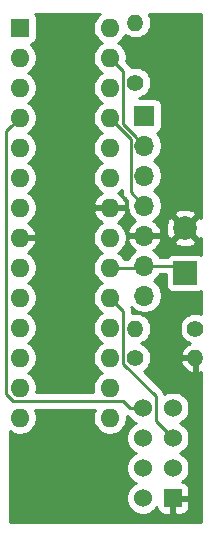
<source format=gbl>
G04 #@! TF.GenerationSoftware,KiCad,Pcbnew,5.1.5*
G04 #@! TF.CreationDate,2020-02-12T19:01:32+05:30*
G04 #@! TF.ProjectId,schematics,73636865-6d61-4746-9963-732e6b696361,rev?*
G04 #@! TF.SameCoordinates,Original*
G04 #@! TF.FileFunction,Copper,L2,Bot*
G04 #@! TF.FilePolarity,Positive*
%FSLAX46Y46*%
G04 Gerber Fmt 4.6, Leading zero omitted, Abs format (unit mm)*
G04 Created by KiCad (PCBNEW 5.1.5) date 2020-02-12 19:01:32*
%MOMM*%
%LPD*%
G04 APERTURE LIST*
%ADD10R,1.998980X1.998980*%
%ADD11C,1.998980*%
%ADD12R,1.700000X1.700000*%
%ADD13O,1.700000X1.700000*%
%ADD14C,1.400000*%
%ADD15O,1.400000X1.400000*%
%ADD16R,1.600000X1.600000*%
%ADD17O,1.600000X1.600000*%
%ADD18R,1.524000X1.524000*%
%ADD19C,1.524000*%
%ADD20C,0.250000*%
%ADD21C,0.254000*%
G04 APERTURE END LIST*
D10*
X144907000Y-96393000D03*
D11*
X144907000Y-92583000D03*
D12*
X141478000Y-83058000D03*
D13*
X141478000Y-85598000D03*
X141478000Y-88138000D03*
X141478000Y-90678000D03*
X141478000Y-93218000D03*
X141478000Y-95758000D03*
X141478000Y-98298000D03*
D14*
X140716000Y-80264000D03*
D15*
X140716000Y-75184000D03*
D14*
X145796000Y-101092000D03*
D15*
X140716000Y-101092000D03*
X145796000Y-103570001D03*
D14*
X140716000Y-103570001D03*
D16*
X130919001Y-75616001D03*
D17*
X138539001Y-108636001D03*
X130919001Y-78156001D03*
X138539001Y-106096001D03*
X130919001Y-80696001D03*
X138539001Y-103556001D03*
X130919001Y-83236001D03*
X138539001Y-101016001D03*
X130919001Y-85776001D03*
X138539001Y-98476001D03*
X130919001Y-88316001D03*
X138539001Y-95936001D03*
X130919001Y-90856001D03*
X138539001Y-93396001D03*
X130919001Y-93396001D03*
X138539001Y-90856001D03*
X130919001Y-95936001D03*
X138539001Y-88316001D03*
X130919001Y-98476001D03*
X138539001Y-85776001D03*
X130919001Y-101016001D03*
X138539001Y-83236001D03*
X130919001Y-103556001D03*
X138539001Y-80696001D03*
X130919001Y-106096001D03*
X138539001Y-78156001D03*
X130919001Y-108636001D03*
X138539001Y-75616001D03*
D18*
X143891000Y-115443000D03*
D19*
X141351000Y-115443000D03*
X143891000Y-112903000D03*
X141351000Y-112903000D03*
X143891000Y-110363000D03*
X141351000Y-110363000D03*
X143891000Y-107823000D03*
X141351000Y-107823000D03*
D20*
X140628001Y-84748001D02*
X141478000Y-85598000D01*
X139664002Y-83784002D02*
X140628001Y-84748001D01*
X139664002Y-79281002D02*
X139664002Y-83784002D01*
X138539001Y-78156001D02*
X139664002Y-79281002D01*
X140302999Y-85059409D02*
X138539001Y-83295411D01*
X140302999Y-89502999D02*
X140302999Y-85059409D01*
X138539001Y-83295411D02*
X138539001Y-83236001D01*
X141478000Y-90678000D02*
X140302999Y-89502999D01*
X141299999Y-95936001D02*
X141478000Y-95758000D01*
X138539001Y-95936001D02*
X141299999Y-95936001D01*
X144272000Y-95758000D02*
X144907000Y-96393000D01*
X141478000Y-95758000D02*
X144272000Y-95758000D01*
X129794000Y-84361002D02*
X130119002Y-84036000D01*
X130119002Y-84036000D02*
X130919001Y-83236001D01*
X129794000Y-106636002D02*
X129794000Y-84361002D01*
X130379000Y-107221002D02*
X129794000Y-106636002D01*
X139671372Y-107221002D02*
X130379000Y-107221002D01*
X140273370Y-107823000D02*
X139671372Y-107221002D01*
X141351000Y-107823000D02*
X140273370Y-107823000D01*
X139339000Y-99276000D02*
X138539001Y-98476001D01*
X139690999Y-104062002D02*
X139690999Y-99627999D01*
X142438001Y-106809004D02*
X139690999Y-104062002D01*
X142438001Y-108910001D02*
X142438001Y-106809004D01*
X139690999Y-99627999D02*
X139339000Y-99276000D01*
X143891000Y-110363000D02*
X142438001Y-108910001D01*
D21*
G36*
X143269438Y-97392490D02*
G01*
X143281698Y-97516972D01*
X143318008Y-97636670D01*
X143376973Y-97746984D01*
X143456325Y-97843675D01*
X143553016Y-97923027D01*
X143663330Y-97981992D01*
X143783028Y-98018302D01*
X143907510Y-98030562D01*
X145906490Y-98030562D01*
X146030972Y-98018302D01*
X146150670Y-97981992D01*
X146260984Y-97923027D01*
X146279000Y-97908241D01*
X146279000Y-99847073D01*
X146185405Y-99808304D01*
X145927486Y-99757000D01*
X145664514Y-99757000D01*
X145406595Y-99808304D01*
X145163641Y-99908939D01*
X144944987Y-100055038D01*
X144759038Y-100240987D01*
X144612939Y-100459641D01*
X144512304Y-100702595D01*
X144461000Y-100960514D01*
X144461000Y-101223486D01*
X144512304Y-101481405D01*
X144612939Y-101724359D01*
X144759038Y-101943013D01*
X144944987Y-102128962D01*
X145163641Y-102275061D01*
X145306685Y-102334312D01*
X145216877Y-102367148D01*
X144993340Y-102503242D01*
X144800649Y-102680331D01*
X144646208Y-102891609D01*
X144535953Y-103128957D01*
X144503284Y-103236672D01*
X144626626Y-103443001D01*
X145669000Y-103443001D01*
X145669000Y-103423001D01*
X145923000Y-103423001D01*
X145923000Y-103443001D01*
X145943000Y-103443001D01*
X145943000Y-103697001D01*
X145923000Y-103697001D01*
X145923000Y-104740202D01*
X146129330Y-104862723D01*
X146279000Y-104807999D01*
X146279000Y-117450000D01*
X130073000Y-117450000D01*
X130073000Y-109796581D01*
X130239274Y-109907681D01*
X130500427Y-110015854D01*
X130777666Y-110071001D01*
X131060336Y-110071001D01*
X131337575Y-110015854D01*
X131598728Y-109907681D01*
X131833760Y-109750638D01*
X132033638Y-109550760D01*
X132190681Y-109315728D01*
X132298854Y-109054575D01*
X132354001Y-108777336D01*
X132354001Y-108494666D01*
X132298854Y-108217427D01*
X132200924Y-107981002D01*
X137257078Y-107981002D01*
X137159148Y-108217427D01*
X137104001Y-108494666D01*
X137104001Y-108777336D01*
X137159148Y-109054575D01*
X137267321Y-109315728D01*
X137424364Y-109550760D01*
X137624242Y-109750638D01*
X137859274Y-109907681D01*
X138120427Y-110015854D01*
X138397666Y-110071001D01*
X138680336Y-110071001D01*
X138957575Y-110015854D01*
X139218728Y-109907681D01*
X139453760Y-109750638D01*
X139653638Y-109550760D01*
X139810681Y-109315728D01*
X139918854Y-109054575D01*
X139974001Y-108777336D01*
X139974001Y-108524739D01*
X139981123Y-108528546D01*
X140124384Y-108572003D01*
X140174617Y-108576951D01*
X140265880Y-108713535D01*
X140460465Y-108908120D01*
X140689273Y-109061005D01*
X140766515Y-109093000D01*
X140689273Y-109124995D01*
X140460465Y-109277880D01*
X140265880Y-109472465D01*
X140112995Y-109701273D01*
X140007686Y-109955510D01*
X139954000Y-110225408D01*
X139954000Y-110500592D01*
X140007686Y-110770490D01*
X140112995Y-111024727D01*
X140265880Y-111253535D01*
X140460465Y-111448120D01*
X140689273Y-111601005D01*
X140766515Y-111633000D01*
X140689273Y-111664995D01*
X140460465Y-111817880D01*
X140265880Y-112012465D01*
X140112995Y-112241273D01*
X140007686Y-112495510D01*
X139954000Y-112765408D01*
X139954000Y-113040592D01*
X140007686Y-113310490D01*
X140112995Y-113564727D01*
X140265880Y-113793535D01*
X140460465Y-113988120D01*
X140689273Y-114141005D01*
X140766515Y-114173000D01*
X140689273Y-114204995D01*
X140460465Y-114357880D01*
X140265880Y-114552465D01*
X140112995Y-114781273D01*
X140007686Y-115035510D01*
X139954000Y-115305408D01*
X139954000Y-115580592D01*
X140007686Y-115850490D01*
X140112995Y-116104727D01*
X140265880Y-116333535D01*
X140460465Y-116528120D01*
X140689273Y-116681005D01*
X140943510Y-116786314D01*
X141213408Y-116840000D01*
X141488592Y-116840000D01*
X141758490Y-116786314D01*
X142012727Y-116681005D01*
X142241535Y-116528120D01*
X142436120Y-116333535D01*
X142494920Y-116245535D01*
X142503188Y-116329482D01*
X142539498Y-116449180D01*
X142598463Y-116559494D01*
X142677815Y-116656185D01*
X142774506Y-116735537D01*
X142884820Y-116794502D01*
X143004518Y-116830812D01*
X143129000Y-116843072D01*
X143605250Y-116840000D01*
X143764000Y-116681250D01*
X143764000Y-115570000D01*
X144018000Y-115570000D01*
X144018000Y-116681250D01*
X144176750Y-116840000D01*
X144653000Y-116843072D01*
X144777482Y-116830812D01*
X144897180Y-116794502D01*
X145007494Y-116735537D01*
X145104185Y-116656185D01*
X145183537Y-116559494D01*
X145242502Y-116449180D01*
X145278812Y-116329482D01*
X145291072Y-116205000D01*
X145288000Y-115728750D01*
X145129250Y-115570000D01*
X144018000Y-115570000D01*
X143764000Y-115570000D01*
X143744000Y-115570000D01*
X143744000Y-115316000D01*
X143764000Y-115316000D01*
X143764000Y-115296000D01*
X144018000Y-115296000D01*
X144018000Y-115316000D01*
X145129250Y-115316000D01*
X145288000Y-115157250D01*
X145291072Y-114681000D01*
X145278812Y-114556518D01*
X145242502Y-114436820D01*
X145183537Y-114326506D01*
X145104185Y-114229815D01*
X145007494Y-114150463D01*
X144897180Y-114091498D01*
X144777482Y-114055188D01*
X144693535Y-114046920D01*
X144781535Y-113988120D01*
X144976120Y-113793535D01*
X145129005Y-113564727D01*
X145234314Y-113310490D01*
X145288000Y-113040592D01*
X145288000Y-112765408D01*
X145234314Y-112495510D01*
X145129005Y-112241273D01*
X144976120Y-112012465D01*
X144781535Y-111817880D01*
X144552727Y-111664995D01*
X144475485Y-111633000D01*
X144552727Y-111601005D01*
X144781535Y-111448120D01*
X144976120Y-111253535D01*
X145129005Y-111024727D01*
X145234314Y-110770490D01*
X145288000Y-110500592D01*
X145288000Y-110225408D01*
X145234314Y-109955510D01*
X145129005Y-109701273D01*
X144976120Y-109472465D01*
X144781535Y-109277880D01*
X144552727Y-109124995D01*
X144475485Y-109093000D01*
X144552727Y-109061005D01*
X144781535Y-108908120D01*
X144976120Y-108713535D01*
X145129005Y-108484727D01*
X145234314Y-108230490D01*
X145288000Y-107960592D01*
X145288000Y-107685408D01*
X145234314Y-107415510D01*
X145129005Y-107161273D01*
X144976120Y-106932465D01*
X144781535Y-106737880D01*
X144552727Y-106584995D01*
X144298490Y-106479686D01*
X144028592Y-106426000D01*
X143753408Y-106426000D01*
X143483510Y-106479686D01*
X143229273Y-106584995D01*
X143175205Y-106621122D01*
X143143547Y-106516757D01*
X143072975Y-106384728D01*
X143039350Y-106343756D01*
X143001800Y-106298000D01*
X143001796Y-106297996D01*
X142978002Y-106269003D01*
X142949009Y-106245209D01*
X141413401Y-104709602D01*
X141567013Y-104606963D01*
X141752962Y-104421014D01*
X141899061Y-104202360D01*
X141999696Y-103959406D01*
X142010850Y-103903330D01*
X144503284Y-103903330D01*
X144535953Y-104011045D01*
X144646208Y-104248393D01*
X144800649Y-104459671D01*
X144993340Y-104636760D01*
X145216877Y-104772854D01*
X145462670Y-104862723D01*
X145669000Y-104740202D01*
X145669000Y-103697001D01*
X144626626Y-103697001D01*
X144503284Y-103903330D01*
X142010850Y-103903330D01*
X142051000Y-103701487D01*
X142051000Y-103438515D01*
X141999696Y-103180596D01*
X141899061Y-102937642D01*
X141752962Y-102718988D01*
X141567013Y-102533039D01*
X141348359Y-102386940D01*
X141213309Y-102331001D01*
X141348359Y-102275061D01*
X141567013Y-102128962D01*
X141752962Y-101943013D01*
X141899061Y-101724359D01*
X141999696Y-101481405D01*
X142051000Y-101223486D01*
X142051000Y-100960514D01*
X141999696Y-100702595D01*
X141899061Y-100459641D01*
X141752962Y-100240987D01*
X141567013Y-100055038D01*
X141348359Y-99908939D01*
X141105405Y-99808304D01*
X140847486Y-99757000D01*
X140584514Y-99757000D01*
X140450999Y-99783558D01*
X140450999Y-99665324D01*
X140454675Y-99627999D01*
X140450999Y-99590674D01*
X140450999Y-99590666D01*
X140440002Y-99479013D01*
X140396545Y-99335752D01*
X140374612Y-99294719D01*
X140531368Y-99451475D01*
X140774589Y-99613990D01*
X141044842Y-99725932D01*
X141331740Y-99783000D01*
X141624260Y-99783000D01*
X141911158Y-99725932D01*
X142181411Y-99613990D01*
X142424632Y-99451475D01*
X142631475Y-99244632D01*
X142793990Y-99001411D01*
X142905932Y-98731158D01*
X142963000Y-98444260D01*
X142963000Y-98151740D01*
X142905932Y-97864842D01*
X142793990Y-97594589D01*
X142631475Y-97351368D01*
X142424632Y-97144525D01*
X142250240Y-97028000D01*
X142424632Y-96911475D01*
X142631475Y-96704632D01*
X142756178Y-96518000D01*
X143269438Y-96518000D01*
X143269438Y-97392490D01*
G37*
X143269438Y-97392490D02*
X143281698Y-97516972D01*
X143318008Y-97636670D01*
X143376973Y-97746984D01*
X143456325Y-97843675D01*
X143553016Y-97923027D01*
X143663330Y-97981992D01*
X143783028Y-98018302D01*
X143907510Y-98030562D01*
X145906490Y-98030562D01*
X146030972Y-98018302D01*
X146150670Y-97981992D01*
X146260984Y-97923027D01*
X146279000Y-97908241D01*
X146279000Y-99847073D01*
X146185405Y-99808304D01*
X145927486Y-99757000D01*
X145664514Y-99757000D01*
X145406595Y-99808304D01*
X145163641Y-99908939D01*
X144944987Y-100055038D01*
X144759038Y-100240987D01*
X144612939Y-100459641D01*
X144512304Y-100702595D01*
X144461000Y-100960514D01*
X144461000Y-101223486D01*
X144512304Y-101481405D01*
X144612939Y-101724359D01*
X144759038Y-101943013D01*
X144944987Y-102128962D01*
X145163641Y-102275061D01*
X145306685Y-102334312D01*
X145216877Y-102367148D01*
X144993340Y-102503242D01*
X144800649Y-102680331D01*
X144646208Y-102891609D01*
X144535953Y-103128957D01*
X144503284Y-103236672D01*
X144626626Y-103443001D01*
X145669000Y-103443001D01*
X145669000Y-103423001D01*
X145923000Y-103423001D01*
X145923000Y-103443001D01*
X145943000Y-103443001D01*
X145943000Y-103697001D01*
X145923000Y-103697001D01*
X145923000Y-104740202D01*
X146129330Y-104862723D01*
X146279000Y-104807999D01*
X146279000Y-117450000D01*
X130073000Y-117450000D01*
X130073000Y-109796581D01*
X130239274Y-109907681D01*
X130500427Y-110015854D01*
X130777666Y-110071001D01*
X131060336Y-110071001D01*
X131337575Y-110015854D01*
X131598728Y-109907681D01*
X131833760Y-109750638D01*
X132033638Y-109550760D01*
X132190681Y-109315728D01*
X132298854Y-109054575D01*
X132354001Y-108777336D01*
X132354001Y-108494666D01*
X132298854Y-108217427D01*
X132200924Y-107981002D01*
X137257078Y-107981002D01*
X137159148Y-108217427D01*
X137104001Y-108494666D01*
X137104001Y-108777336D01*
X137159148Y-109054575D01*
X137267321Y-109315728D01*
X137424364Y-109550760D01*
X137624242Y-109750638D01*
X137859274Y-109907681D01*
X138120427Y-110015854D01*
X138397666Y-110071001D01*
X138680336Y-110071001D01*
X138957575Y-110015854D01*
X139218728Y-109907681D01*
X139453760Y-109750638D01*
X139653638Y-109550760D01*
X139810681Y-109315728D01*
X139918854Y-109054575D01*
X139974001Y-108777336D01*
X139974001Y-108524739D01*
X139981123Y-108528546D01*
X140124384Y-108572003D01*
X140174617Y-108576951D01*
X140265880Y-108713535D01*
X140460465Y-108908120D01*
X140689273Y-109061005D01*
X140766515Y-109093000D01*
X140689273Y-109124995D01*
X140460465Y-109277880D01*
X140265880Y-109472465D01*
X140112995Y-109701273D01*
X140007686Y-109955510D01*
X139954000Y-110225408D01*
X139954000Y-110500592D01*
X140007686Y-110770490D01*
X140112995Y-111024727D01*
X140265880Y-111253535D01*
X140460465Y-111448120D01*
X140689273Y-111601005D01*
X140766515Y-111633000D01*
X140689273Y-111664995D01*
X140460465Y-111817880D01*
X140265880Y-112012465D01*
X140112995Y-112241273D01*
X140007686Y-112495510D01*
X139954000Y-112765408D01*
X139954000Y-113040592D01*
X140007686Y-113310490D01*
X140112995Y-113564727D01*
X140265880Y-113793535D01*
X140460465Y-113988120D01*
X140689273Y-114141005D01*
X140766515Y-114173000D01*
X140689273Y-114204995D01*
X140460465Y-114357880D01*
X140265880Y-114552465D01*
X140112995Y-114781273D01*
X140007686Y-115035510D01*
X139954000Y-115305408D01*
X139954000Y-115580592D01*
X140007686Y-115850490D01*
X140112995Y-116104727D01*
X140265880Y-116333535D01*
X140460465Y-116528120D01*
X140689273Y-116681005D01*
X140943510Y-116786314D01*
X141213408Y-116840000D01*
X141488592Y-116840000D01*
X141758490Y-116786314D01*
X142012727Y-116681005D01*
X142241535Y-116528120D01*
X142436120Y-116333535D01*
X142494920Y-116245535D01*
X142503188Y-116329482D01*
X142539498Y-116449180D01*
X142598463Y-116559494D01*
X142677815Y-116656185D01*
X142774506Y-116735537D01*
X142884820Y-116794502D01*
X143004518Y-116830812D01*
X143129000Y-116843072D01*
X143605250Y-116840000D01*
X143764000Y-116681250D01*
X143764000Y-115570000D01*
X144018000Y-115570000D01*
X144018000Y-116681250D01*
X144176750Y-116840000D01*
X144653000Y-116843072D01*
X144777482Y-116830812D01*
X144897180Y-116794502D01*
X145007494Y-116735537D01*
X145104185Y-116656185D01*
X145183537Y-116559494D01*
X145242502Y-116449180D01*
X145278812Y-116329482D01*
X145291072Y-116205000D01*
X145288000Y-115728750D01*
X145129250Y-115570000D01*
X144018000Y-115570000D01*
X143764000Y-115570000D01*
X143744000Y-115570000D01*
X143744000Y-115316000D01*
X143764000Y-115316000D01*
X143764000Y-115296000D01*
X144018000Y-115296000D01*
X144018000Y-115316000D01*
X145129250Y-115316000D01*
X145288000Y-115157250D01*
X145291072Y-114681000D01*
X145278812Y-114556518D01*
X145242502Y-114436820D01*
X145183537Y-114326506D01*
X145104185Y-114229815D01*
X145007494Y-114150463D01*
X144897180Y-114091498D01*
X144777482Y-114055188D01*
X144693535Y-114046920D01*
X144781535Y-113988120D01*
X144976120Y-113793535D01*
X145129005Y-113564727D01*
X145234314Y-113310490D01*
X145288000Y-113040592D01*
X145288000Y-112765408D01*
X145234314Y-112495510D01*
X145129005Y-112241273D01*
X144976120Y-112012465D01*
X144781535Y-111817880D01*
X144552727Y-111664995D01*
X144475485Y-111633000D01*
X144552727Y-111601005D01*
X144781535Y-111448120D01*
X144976120Y-111253535D01*
X145129005Y-111024727D01*
X145234314Y-110770490D01*
X145288000Y-110500592D01*
X145288000Y-110225408D01*
X145234314Y-109955510D01*
X145129005Y-109701273D01*
X144976120Y-109472465D01*
X144781535Y-109277880D01*
X144552727Y-109124995D01*
X144475485Y-109093000D01*
X144552727Y-109061005D01*
X144781535Y-108908120D01*
X144976120Y-108713535D01*
X145129005Y-108484727D01*
X145234314Y-108230490D01*
X145288000Y-107960592D01*
X145288000Y-107685408D01*
X145234314Y-107415510D01*
X145129005Y-107161273D01*
X144976120Y-106932465D01*
X144781535Y-106737880D01*
X144552727Y-106584995D01*
X144298490Y-106479686D01*
X144028592Y-106426000D01*
X143753408Y-106426000D01*
X143483510Y-106479686D01*
X143229273Y-106584995D01*
X143175205Y-106621122D01*
X143143547Y-106516757D01*
X143072975Y-106384728D01*
X143039350Y-106343756D01*
X143001800Y-106298000D01*
X143001796Y-106297996D01*
X142978002Y-106269003D01*
X142949009Y-106245209D01*
X141413401Y-104709602D01*
X141567013Y-104606963D01*
X141752962Y-104421014D01*
X141899061Y-104202360D01*
X141999696Y-103959406D01*
X142010850Y-103903330D01*
X144503284Y-103903330D01*
X144535953Y-104011045D01*
X144646208Y-104248393D01*
X144800649Y-104459671D01*
X144993340Y-104636760D01*
X145216877Y-104772854D01*
X145462670Y-104862723D01*
X145669000Y-104740202D01*
X145669000Y-103697001D01*
X144626626Y-103697001D01*
X144503284Y-103903330D01*
X142010850Y-103903330D01*
X142051000Y-103701487D01*
X142051000Y-103438515D01*
X141999696Y-103180596D01*
X141899061Y-102937642D01*
X141752962Y-102718988D01*
X141567013Y-102533039D01*
X141348359Y-102386940D01*
X141213309Y-102331001D01*
X141348359Y-102275061D01*
X141567013Y-102128962D01*
X141752962Y-101943013D01*
X141899061Y-101724359D01*
X141999696Y-101481405D01*
X142051000Y-101223486D01*
X142051000Y-100960514D01*
X141999696Y-100702595D01*
X141899061Y-100459641D01*
X141752962Y-100240987D01*
X141567013Y-100055038D01*
X141348359Y-99908939D01*
X141105405Y-99808304D01*
X140847486Y-99757000D01*
X140584514Y-99757000D01*
X140450999Y-99783558D01*
X140450999Y-99665324D01*
X140454675Y-99627999D01*
X140450999Y-99590674D01*
X140450999Y-99590666D01*
X140440002Y-99479013D01*
X140396545Y-99335752D01*
X140374612Y-99294719D01*
X140531368Y-99451475D01*
X140774589Y-99613990D01*
X141044842Y-99725932D01*
X141331740Y-99783000D01*
X141624260Y-99783000D01*
X141911158Y-99725932D01*
X142181411Y-99613990D01*
X142424632Y-99451475D01*
X142631475Y-99244632D01*
X142793990Y-99001411D01*
X142905932Y-98731158D01*
X142963000Y-98444260D01*
X142963000Y-98151740D01*
X142905932Y-97864842D01*
X142793990Y-97594589D01*
X142631475Y-97351368D01*
X142424632Y-97144525D01*
X142250240Y-97028000D01*
X142424632Y-96911475D01*
X142631475Y-96704632D01*
X142756178Y-96518000D01*
X143269438Y-96518000D01*
X143269438Y-97392490D01*
G36*
X137624242Y-74501364D02*
G01*
X137424364Y-74701242D01*
X137267321Y-74936274D01*
X137159148Y-75197427D01*
X137104001Y-75474666D01*
X137104001Y-75757336D01*
X137159148Y-76034575D01*
X137267321Y-76295728D01*
X137424364Y-76530760D01*
X137624242Y-76730638D01*
X137856760Y-76886001D01*
X137624242Y-77041364D01*
X137424364Y-77241242D01*
X137267321Y-77476274D01*
X137159148Y-77737427D01*
X137104001Y-78014666D01*
X137104001Y-78297336D01*
X137159148Y-78574575D01*
X137267321Y-78835728D01*
X137424364Y-79070760D01*
X137624242Y-79270638D01*
X137856760Y-79426001D01*
X137624242Y-79581364D01*
X137424364Y-79781242D01*
X137267321Y-80016274D01*
X137159148Y-80277427D01*
X137104001Y-80554666D01*
X137104001Y-80837336D01*
X137159148Y-81114575D01*
X137267321Y-81375728D01*
X137424364Y-81610760D01*
X137624242Y-81810638D01*
X137856760Y-81966001D01*
X137624242Y-82121364D01*
X137424364Y-82321242D01*
X137267321Y-82556274D01*
X137159148Y-82817427D01*
X137104001Y-83094666D01*
X137104001Y-83377336D01*
X137159148Y-83654575D01*
X137267321Y-83915728D01*
X137424364Y-84150760D01*
X137624242Y-84350638D01*
X137856760Y-84506001D01*
X137624242Y-84661364D01*
X137424364Y-84861242D01*
X137267321Y-85096274D01*
X137159148Y-85357427D01*
X137104001Y-85634666D01*
X137104001Y-85917336D01*
X137159148Y-86194575D01*
X137267321Y-86455728D01*
X137424364Y-86690760D01*
X137624242Y-86890638D01*
X137856760Y-87046001D01*
X137624242Y-87201364D01*
X137424364Y-87401242D01*
X137267321Y-87636274D01*
X137159148Y-87897427D01*
X137104001Y-88174666D01*
X137104001Y-88457336D01*
X137159148Y-88734575D01*
X137267321Y-88995728D01*
X137424364Y-89230760D01*
X137624242Y-89430638D01*
X137859274Y-89587681D01*
X137869866Y-89592068D01*
X137683870Y-89703616D01*
X137475482Y-89892587D01*
X137307964Y-90118581D01*
X137187755Y-90372914D01*
X137147097Y-90506962D01*
X137269086Y-90729001D01*
X138412001Y-90729001D01*
X138412001Y-90709001D01*
X138666001Y-90709001D01*
X138666001Y-90729001D01*
X139808916Y-90729001D01*
X139930905Y-90506962D01*
X139890247Y-90372914D01*
X139770038Y-90118581D01*
X139602520Y-89892587D01*
X139394132Y-89703616D01*
X139208136Y-89592068D01*
X139218728Y-89587681D01*
X139453760Y-89430638D01*
X139542999Y-89341399D01*
X139542999Y-89465676D01*
X139539323Y-89502999D01*
X139542999Y-89540321D01*
X139542999Y-89540331D01*
X139553996Y-89651984D01*
X139581109Y-89741364D01*
X139597453Y-89795245D01*
X139668025Y-89927275D01*
X139679488Y-89941242D01*
X139762998Y-90043000D01*
X139792002Y-90066803D01*
X140036791Y-90311592D01*
X139993000Y-90531740D01*
X139993000Y-90824260D01*
X140050068Y-91111158D01*
X140162010Y-91381411D01*
X140324525Y-91624632D01*
X140531368Y-91831475D01*
X140713534Y-91953195D01*
X140596645Y-92022822D01*
X140380412Y-92217731D01*
X140206359Y-92451080D01*
X140081175Y-92713901D01*
X140036524Y-92861110D01*
X140157845Y-93091000D01*
X141351000Y-93091000D01*
X141351000Y-93071000D01*
X141605000Y-93071000D01*
X141605000Y-93091000D01*
X142798155Y-93091000D01*
X142919476Y-92861110D01*
X142874825Y-92713901D01*
X142842300Y-92645615D01*
X143265795Y-92645615D01*
X143309546Y-92964595D01*
X143414686Y-93268911D01*
X143507601Y-93442742D01*
X143771950Y-93538445D01*
X144727395Y-92583000D01*
X143771950Y-91627555D01*
X143507601Y-91723258D01*
X143366762Y-92012787D01*
X143285115Y-92324229D01*
X143265795Y-92645615D01*
X142842300Y-92645615D01*
X142749641Y-92451080D01*
X142575588Y-92217731D01*
X142359355Y-92022822D01*
X142242466Y-91953195D01*
X142424632Y-91831475D01*
X142631475Y-91624632D01*
X142749530Y-91447950D01*
X143951555Y-91447950D01*
X144907000Y-92403395D01*
X145862445Y-91447950D01*
X145766742Y-91183601D01*
X145477213Y-91042762D01*
X145165771Y-90961115D01*
X144844385Y-90941795D01*
X144525405Y-90985546D01*
X144221089Y-91090686D01*
X144047258Y-91183601D01*
X143951555Y-91447950D01*
X142749530Y-91447950D01*
X142793990Y-91381411D01*
X142905932Y-91111158D01*
X142963000Y-90824260D01*
X142963000Y-90531740D01*
X142905932Y-90244842D01*
X142793990Y-89974589D01*
X142631475Y-89731368D01*
X142424632Y-89524525D01*
X142250240Y-89408000D01*
X142424632Y-89291475D01*
X142631475Y-89084632D01*
X142793990Y-88841411D01*
X142905932Y-88571158D01*
X142963000Y-88284260D01*
X142963000Y-87991740D01*
X142905932Y-87704842D01*
X142793990Y-87434589D01*
X142631475Y-87191368D01*
X142424632Y-86984525D01*
X142250240Y-86868000D01*
X142424632Y-86751475D01*
X142631475Y-86544632D01*
X142793990Y-86301411D01*
X142905932Y-86031158D01*
X142963000Y-85744260D01*
X142963000Y-85451740D01*
X142905932Y-85164842D01*
X142793990Y-84894589D01*
X142631475Y-84651368D01*
X142499620Y-84519513D01*
X142572180Y-84497502D01*
X142682494Y-84438537D01*
X142779185Y-84359185D01*
X142858537Y-84262494D01*
X142917502Y-84152180D01*
X142953812Y-84032482D01*
X142966072Y-83908000D01*
X142966072Y-82208000D01*
X142953812Y-82083518D01*
X142917502Y-81963820D01*
X142858537Y-81853506D01*
X142779185Y-81756815D01*
X142682494Y-81677463D01*
X142572180Y-81618498D01*
X142452482Y-81582188D01*
X142328000Y-81569928D01*
X140993639Y-81569928D01*
X141105405Y-81547696D01*
X141348359Y-81447061D01*
X141567013Y-81300962D01*
X141752962Y-81115013D01*
X141899061Y-80896359D01*
X141999696Y-80653405D01*
X142051000Y-80395486D01*
X142051000Y-80132514D01*
X141999696Y-79874595D01*
X141899061Y-79631641D01*
X141752962Y-79412987D01*
X141567013Y-79227038D01*
X141348359Y-79080939D01*
X141105405Y-78980304D01*
X140847486Y-78929000D01*
X140584514Y-78929000D01*
X140361337Y-78973393D01*
X140298976Y-78856726D01*
X140204003Y-78741001D01*
X140175006Y-78717204D01*
X139937689Y-78479887D01*
X139974001Y-78297336D01*
X139974001Y-78014666D01*
X139918854Y-77737427D01*
X139810681Y-77476274D01*
X139653638Y-77241242D01*
X139453760Y-77041364D01*
X139221242Y-76886001D01*
X139453760Y-76730638D01*
X139653638Y-76530760D01*
X139810681Y-76295728D01*
X139848485Y-76204460D01*
X139864987Y-76220962D01*
X140083641Y-76367061D01*
X140326595Y-76467696D01*
X140584514Y-76519000D01*
X140847486Y-76519000D01*
X141105405Y-76467696D01*
X141348359Y-76367061D01*
X141567013Y-76220962D01*
X141752962Y-76035013D01*
X141899061Y-75816359D01*
X141999696Y-75573405D01*
X142051000Y-75315486D01*
X142051000Y-75052514D01*
X141999696Y-74794595D01*
X141899061Y-74551641D01*
X141829143Y-74447000D01*
X146279001Y-74447000D01*
X146279001Y-91713339D01*
X146042050Y-91627555D01*
X145086605Y-92583000D01*
X146042050Y-93538445D01*
X146279001Y-93452661D01*
X146279001Y-94877759D01*
X146260984Y-94862973D01*
X146150670Y-94804008D01*
X146030972Y-94767698D01*
X145906490Y-94755438D01*
X143907510Y-94755438D01*
X143783028Y-94767698D01*
X143663330Y-94804008D01*
X143553016Y-94862973D01*
X143456325Y-94942325D01*
X143410634Y-94998000D01*
X142756178Y-94998000D01*
X142631475Y-94811368D01*
X142424632Y-94604525D01*
X142242466Y-94482805D01*
X142359355Y-94413178D01*
X142575588Y-94218269D01*
X142749641Y-93984920D01*
X142874825Y-93722099D01*
X142876053Y-93718050D01*
X143951555Y-93718050D01*
X144047258Y-93982399D01*
X144336787Y-94123238D01*
X144648229Y-94204885D01*
X144969615Y-94224205D01*
X145288595Y-94180454D01*
X145592911Y-94075314D01*
X145766742Y-93982399D01*
X145862445Y-93718050D01*
X144907000Y-92762605D01*
X143951555Y-93718050D01*
X142876053Y-93718050D01*
X142919476Y-93574890D01*
X142798155Y-93345000D01*
X141605000Y-93345000D01*
X141605000Y-93365000D01*
X141351000Y-93365000D01*
X141351000Y-93345000D01*
X140157845Y-93345000D01*
X140036524Y-93574890D01*
X140081175Y-93722099D01*
X140206359Y-93984920D01*
X140380412Y-94218269D01*
X140596645Y-94413178D01*
X140713534Y-94482805D01*
X140531368Y-94604525D01*
X140324525Y-94811368D01*
X140162010Y-95054589D01*
X140111720Y-95176001D01*
X139757044Y-95176001D01*
X139653638Y-95021242D01*
X139453760Y-94821364D01*
X139221242Y-94666001D01*
X139453760Y-94510638D01*
X139653638Y-94310760D01*
X139810681Y-94075728D01*
X139918854Y-93814575D01*
X139974001Y-93537336D01*
X139974001Y-93254666D01*
X139918854Y-92977427D01*
X139810681Y-92716274D01*
X139653638Y-92481242D01*
X139453760Y-92281364D01*
X139218728Y-92124321D01*
X139208136Y-92119934D01*
X139394132Y-92008386D01*
X139602520Y-91819415D01*
X139770038Y-91593421D01*
X139890247Y-91339088D01*
X139930905Y-91205040D01*
X139808916Y-90983001D01*
X138666001Y-90983001D01*
X138666001Y-91003001D01*
X138412001Y-91003001D01*
X138412001Y-90983001D01*
X137269086Y-90983001D01*
X137147097Y-91205040D01*
X137187755Y-91339088D01*
X137307964Y-91593421D01*
X137475482Y-91819415D01*
X137683870Y-92008386D01*
X137869866Y-92119934D01*
X137859274Y-92124321D01*
X137624242Y-92281364D01*
X137424364Y-92481242D01*
X137267321Y-92716274D01*
X137159148Y-92977427D01*
X137104001Y-93254666D01*
X137104001Y-93537336D01*
X137159148Y-93814575D01*
X137267321Y-94075728D01*
X137424364Y-94310760D01*
X137624242Y-94510638D01*
X137856760Y-94666001D01*
X137624242Y-94821364D01*
X137424364Y-95021242D01*
X137267321Y-95256274D01*
X137159148Y-95517427D01*
X137104001Y-95794666D01*
X137104001Y-96077336D01*
X137159148Y-96354575D01*
X137267321Y-96615728D01*
X137424364Y-96850760D01*
X137624242Y-97050638D01*
X137856760Y-97206001D01*
X137624242Y-97361364D01*
X137424364Y-97561242D01*
X137267321Y-97796274D01*
X137159148Y-98057427D01*
X137104001Y-98334666D01*
X137104001Y-98617336D01*
X137159148Y-98894575D01*
X137267321Y-99155728D01*
X137424364Y-99390760D01*
X137624242Y-99590638D01*
X137856760Y-99746001D01*
X137624242Y-99901364D01*
X137424364Y-100101242D01*
X137267321Y-100336274D01*
X137159148Y-100597427D01*
X137104001Y-100874666D01*
X137104001Y-101157336D01*
X137159148Y-101434575D01*
X137267321Y-101695728D01*
X137424364Y-101930760D01*
X137624242Y-102130638D01*
X137856760Y-102286001D01*
X137624242Y-102441364D01*
X137424364Y-102641242D01*
X137267321Y-102876274D01*
X137159148Y-103137427D01*
X137104001Y-103414666D01*
X137104001Y-103697336D01*
X137159148Y-103974575D01*
X137267321Y-104235728D01*
X137424364Y-104470760D01*
X137624242Y-104670638D01*
X137856760Y-104826001D01*
X137624242Y-104981364D01*
X137424364Y-105181242D01*
X137267321Y-105416274D01*
X137159148Y-105677427D01*
X137104001Y-105954666D01*
X137104001Y-106237336D01*
X137148492Y-106461002D01*
X132309510Y-106461002D01*
X132354001Y-106237336D01*
X132354001Y-105954666D01*
X132298854Y-105677427D01*
X132190681Y-105416274D01*
X132033638Y-105181242D01*
X131833760Y-104981364D01*
X131601242Y-104826001D01*
X131833760Y-104670638D01*
X132033638Y-104470760D01*
X132190681Y-104235728D01*
X132298854Y-103974575D01*
X132354001Y-103697336D01*
X132354001Y-103414666D01*
X132298854Y-103137427D01*
X132190681Y-102876274D01*
X132033638Y-102641242D01*
X131833760Y-102441364D01*
X131601242Y-102286001D01*
X131833760Y-102130638D01*
X132033638Y-101930760D01*
X132190681Y-101695728D01*
X132298854Y-101434575D01*
X132354001Y-101157336D01*
X132354001Y-100874666D01*
X132298854Y-100597427D01*
X132190681Y-100336274D01*
X132033638Y-100101242D01*
X131833760Y-99901364D01*
X131601242Y-99746001D01*
X131833760Y-99590638D01*
X132033638Y-99390760D01*
X132190681Y-99155728D01*
X132298854Y-98894575D01*
X132354001Y-98617336D01*
X132354001Y-98334666D01*
X132298854Y-98057427D01*
X132190681Y-97796274D01*
X132033638Y-97561242D01*
X131833760Y-97361364D01*
X131601242Y-97206001D01*
X131833760Y-97050638D01*
X132033638Y-96850760D01*
X132190681Y-96615728D01*
X132298854Y-96354575D01*
X132354001Y-96077336D01*
X132354001Y-95794666D01*
X132298854Y-95517427D01*
X132190681Y-95256274D01*
X132033638Y-95021242D01*
X131833760Y-94821364D01*
X131598728Y-94664321D01*
X131588136Y-94659934D01*
X131774132Y-94548386D01*
X131982520Y-94359415D01*
X132150038Y-94133421D01*
X132270247Y-93879088D01*
X132310905Y-93745040D01*
X132188916Y-93523001D01*
X131046001Y-93523001D01*
X131046001Y-93543001D01*
X130792001Y-93543001D01*
X130792001Y-93523001D01*
X130772001Y-93523001D01*
X130772001Y-93269001D01*
X130792001Y-93269001D01*
X130792001Y-93249001D01*
X131046001Y-93249001D01*
X131046001Y-93269001D01*
X132188916Y-93269001D01*
X132310905Y-93046962D01*
X132270247Y-92912914D01*
X132150038Y-92658581D01*
X131982520Y-92432587D01*
X131774132Y-92243616D01*
X131588136Y-92132068D01*
X131598728Y-92127681D01*
X131833760Y-91970638D01*
X132033638Y-91770760D01*
X132190681Y-91535728D01*
X132298854Y-91274575D01*
X132354001Y-90997336D01*
X132354001Y-90714666D01*
X132298854Y-90437427D01*
X132190681Y-90176274D01*
X132033638Y-89941242D01*
X131833760Y-89741364D01*
X131601242Y-89586001D01*
X131833760Y-89430638D01*
X132033638Y-89230760D01*
X132190681Y-88995728D01*
X132298854Y-88734575D01*
X132354001Y-88457336D01*
X132354001Y-88174666D01*
X132298854Y-87897427D01*
X132190681Y-87636274D01*
X132033638Y-87401242D01*
X131833760Y-87201364D01*
X131601242Y-87046001D01*
X131833760Y-86890638D01*
X132033638Y-86690760D01*
X132190681Y-86455728D01*
X132298854Y-86194575D01*
X132354001Y-85917336D01*
X132354001Y-85634666D01*
X132298854Y-85357427D01*
X132190681Y-85096274D01*
X132033638Y-84861242D01*
X131833760Y-84661364D01*
X131601242Y-84506001D01*
X131833760Y-84350638D01*
X132033638Y-84150760D01*
X132190681Y-83915728D01*
X132298854Y-83654575D01*
X132354001Y-83377336D01*
X132354001Y-83094666D01*
X132298854Y-82817427D01*
X132190681Y-82556274D01*
X132033638Y-82321242D01*
X131833760Y-82121364D01*
X131601242Y-81966001D01*
X131833760Y-81810638D01*
X132033638Y-81610760D01*
X132190681Y-81375728D01*
X132298854Y-81114575D01*
X132354001Y-80837336D01*
X132354001Y-80554666D01*
X132298854Y-80277427D01*
X132190681Y-80016274D01*
X132033638Y-79781242D01*
X131833760Y-79581364D01*
X131601242Y-79426001D01*
X131833760Y-79270638D01*
X132033638Y-79070760D01*
X132190681Y-78835728D01*
X132298854Y-78574575D01*
X132354001Y-78297336D01*
X132354001Y-78014666D01*
X132298854Y-77737427D01*
X132190681Y-77476274D01*
X132033638Y-77241242D01*
X131835040Y-77042644D01*
X131843483Y-77041813D01*
X131963181Y-77005503D01*
X132073495Y-76946538D01*
X132170186Y-76867186D01*
X132249538Y-76770495D01*
X132308503Y-76660181D01*
X132344813Y-76540483D01*
X132357073Y-76416001D01*
X132357073Y-74816001D01*
X132344813Y-74691519D01*
X132308503Y-74571821D01*
X132249538Y-74461507D01*
X132237632Y-74447000D01*
X137705604Y-74447000D01*
X137624242Y-74501364D01*
G37*
X137624242Y-74501364D02*
X137424364Y-74701242D01*
X137267321Y-74936274D01*
X137159148Y-75197427D01*
X137104001Y-75474666D01*
X137104001Y-75757336D01*
X137159148Y-76034575D01*
X137267321Y-76295728D01*
X137424364Y-76530760D01*
X137624242Y-76730638D01*
X137856760Y-76886001D01*
X137624242Y-77041364D01*
X137424364Y-77241242D01*
X137267321Y-77476274D01*
X137159148Y-77737427D01*
X137104001Y-78014666D01*
X137104001Y-78297336D01*
X137159148Y-78574575D01*
X137267321Y-78835728D01*
X137424364Y-79070760D01*
X137624242Y-79270638D01*
X137856760Y-79426001D01*
X137624242Y-79581364D01*
X137424364Y-79781242D01*
X137267321Y-80016274D01*
X137159148Y-80277427D01*
X137104001Y-80554666D01*
X137104001Y-80837336D01*
X137159148Y-81114575D01*
X137267321Y-81375728D01*
X137424364Y-81610760D01*
X137624242Y-81810638D01*
X137856760Y-81966001D01*
X137624242Y-82121364D01*
X137424364Y-82321242D01*
X137267321Y-82556274D01*
X137159148Y-82817427D01*
X137104001Y-83094666D01*
X137104001Y-83377336D01*
X137159148Y-83654575D01*
X137267321Y-83915728D01*
X137424364Y-84150760D01*
X137624242Y-84350638D01*
X137856760Y-84506001D01*
X137624242Y-84661364D01*
X137424364Y-84861242D01*
X137267321Y-85096274D01*
X137159148Y-85357427D01*
X137104001Y-85634666D01*
X137104001Y-85917336D01*
X137159148Y-86194575D01*
X137267321Y-86455728D01*
X137424364Y-86690760D01*
X137624242Y-86890638D01*
X137856760Y-87046001D01*
X137624242Y-87201364D01*
X137424364Y-87401242D01*
X137267321Y-87636274D01*
X137159148Y-87897427D01*
X137104001Y-88174666D01*
X137104001Y-88457336D01*
X137159148Y-88734575D01*
X137267321Y-88995728D01*
X137424364Y-89230760D01*
X137624242Y-89430638D01*
X137859274Y-89587681D01*
X137869866Y-89592068D01*
X137683870Y-89703616D01*
X137475482Y-89892587D01*
X137307964Y-90118581D01*
X137187755Y-90372914D01*
X137147097Y-90506962D01*
X137269086Y-90729001D01*
X138412001Y-90729001D01*
X138412001Y-90709001D01*
X138666001Y-90709001D01*
X138666001Y-90729001D01*
X139808916Y-90729001D01*
X139930905Y-90506962D01*
X139890247Y-90372914D01*
X139770038Y-90118581D01*
X139602520Y-89892587D01*
X139394132Y-89703616D01*
X139208136Y-89592068D01*
X139218728Y-89587681D01*
X139453760Y-89430638D01*
X139542999Y-89341399D01*
X139542999Y-89465676D01*
X139539323Y-89502999D01*
X139542999Y-89540321D01*
X139542999Y-89540331D01*
X139553996Y-89651984D01*
X139581109Y-89741364D01*
X139597453Y-89795245D01*
X139668025Y-89927275D01*
X139679488Y-89941242D01*
X139762998Y-90043000D01*
X139792002Y-90066803D01*
X140036791Y-90311592D01*
X139993000Y-90531740D01*
X139993000Y-90824260D01*
X140050068Y-91111158D01*
X140162010Y-91381411D01*
X140324525Y-91624632D01*
X140531368Y-91831475D01*
X140713534Y-91953195D01*
X140596645Y-92022822D01*
X140380412Y-92217731D01*
X140206359Y-92451080D01*
X140081175Y-92713901D01*
X140036524Y-92861110D01*
X140157845Y-93091000D01*
X141351000Y-93091000D01*
X141351000Y-93071000D01*
X141605000Y-93071000D01*
X141605000Y-93091000D01*
X142798155Y-93091000D01*
X142919476Y-92861110D01*
X142874825Y-92713901D01*
X142842300Y-92645615D01*
X143265795Y-92645615D01*
X143309546Y-92964595D01*
X143414686Y-93268911D01*
X143507601Y-93442742D01*
X143771950Y-93538445D01*
X144727395Y-92583000D01*
X143771950Y-91627555D01*
X143507601Y-91723258D01*
X143366762Y-92012787D01*
X143285115Y-92324229D01*
X143265795Y-92645615D01*
X142842300Y-92645615D01*
X142749641Y-92451080D01*
X142575588Y-92217731D01*
X142359355Y-92022822D01*
X142242466Y-91953195D01*
X142424632Y-91831475D01*
X142631475Y-91624632D01*
X142749530Y-91447950D01*
X143951555Y-91447950D01*
X144907000Y-92403395D01*
X145862445Y-91447950D01*
X145766742Y-91183601D01*
X145477213Y-91042762D01*
X145165771Y-90961115D01*
X144844385Y-90941795D01*
X144525405Y-90985546D01*
X144221089Y-91090686D01*
X144047258Y-91183601D01*
X143951555Y-91447950D01*
X142749530Y-91447950D01*
X142793990Y-91381411D01*
X142905932Y-91111158D01*
X142963000Y-90824260D01*
X142963000Y-90531740D01*
X142905932Y-90244842D01*
X142793990Y-89974589D01*
X142631475Y-89731368D01*
X142424632Y-89524525D01*
X142250240Y-89408000D01*
X142424632Y-89291475D01*
X142631475Y-89084632D01*
X142793990Y-88841411D01*
X142905932Y-88571158D01*
X142963000Y-88284260D01*
X142963000Y-87991740D01*
X142905932Y-87704842D01*
X142793990Y-87434589D01*
X142631475Y-87191368D01*
X142424632Y-86984525D01*
X142250240Y-86868000D01*
X142424632Y-86751475D01*
X142631475Y-86544632D01*
X142793990Y-86301411D01*
X142905932Y-86031158D01*
X142963000Y-85744260D01*
X142963000Y-85451740D01*
X142905932Y-85164842D01*
X142793990Y-84894589D01*
X142631475Y-84651368D01*
X142499620Y-84519513D01*
X142572180Y-84497502D01*
X142682494Y-84438537D01*
X142779185Y-84359185D01*
X142858537Y-84262494D01*
X142917502Y-84152180D01*
X142953812Y-84032482D01*
X142966072Y-83908000D01*
X142966072Y-82208000D01*
X142953812Y-82083518D01*
X142917502Y-81963820D01*
X142858537Y-81853506D01*
X142779185Y-81756815D01*
X142682494Y-81677463D01*
X142572180Y-81618498D01*
X142452482Y-81582188D01*
X142328000Y-81569928D01*
X140993639Y-81569928D01*
X141105405Y-81547696D01*
X141348359Y-81447061D01*
X141567013Y-81300962D01*
X141752962Y-81115013D01*
X141899061Y-80896359D01*
X141999696Y-80653405D01*
X142051000Y-80395486D01*
X142051000Y-80132514D01*
X141999696Y-79874595D01*
X141899061Y-79631641D01*
X141752962Y-79412987D01*
X141567013Y-79227038D01*
X141348359Y-79080939D01*
X141105405Y-78980304D01*
X140847486Y-78929000D01*
X140584514Y-78929000D01*
X140361337Y-78973393D01*
X140298976Y-78856726D01*
X140204003Y-78741001D01*
X140175006Y-78717204D01*
X139937689Y-78479887D01*
X139974001Y-78297336D01*
X139974001Y-78014666D01*
X139918854Y-77737427D01*
X139810681Y-77476274D01*
X139653638Y-77241242D01*
X139453760Y-77041364D01*
X139221242Y-76886001D01*
X139453760Y-76730638D01*
X139653638Y-76530760D01*
X139810681Y-76295728D01*
X139848485Y-76204460D01*
X139864987Y-76220962D01*
X140083641Y-76367061D01*
X140326595Y-76467696D01*
X140584514Y-76519000D01*
X140847486Y-76519000D01*
X141105405Y-76467696D01*
X141348359Y-76367061D01*
X141567013Y-76220962D01*
X141752962Y-76035013D01*
X141899061Y-75816359D01*
X141999696Y-75573405D01*
X142051000Y-75315486D01*
X142051000Y-75052514D01*
X141999696Y-74794595D01*
X141899061Y-74551641D01*
X141829143Y-74447000D01*
X146279001Y-74447000D01*
X146279001Y-91713339D01*
X146042050Y-91627555D01*
X145086605Y-92583000D01*
X146042050Y-93538445D01*
X146279001Y-93452661D01*
X146279001Y-94877759D01*
X146260984Y-94862973D01*
X146150670Y-94804008D01*
X146030972Y-94767698D01*
X145906490Y-94755438D01*
X143907510Y-94755438D01*
X143783028Y-94767698D01*
X143663330Y-94804008D01*
X143553016Y-94862973D01*
X143456325Y-94942325D01*
X143410634Y-94998000D01*
X142756178Y-94998000D01*
X142631475Y-94811368D01*
X142424632Y-94604525D01*
X142242466Y-94482805D01*
X142359355Y-94413178D01*
X142575588Y-94218269D01*
X142749641Y-93984920D01*
X142874825Y-93722099D01*
X142876053Y-93718050D01*
X143951555Y-93718050D01*
X144047258Y-93982399D01*
X144336787Y-94123238D01*
X144648229Y-94204885D01*
X144969615Y-94224205D01*
X145288595Y-94180454D01*
X145592911Y-94075314D01*
X145766742Y-93982399D01*
X145862445Y-93718050D01*
X144907000Y-92762605D01*
X143951555Y-93718050D01*
X142876053Y-93718050D01*
X142919476Y-93574890D01*
X142798155Y-93345000D01*
X141605000Y-93345000D01*
X141605000Y-93365000D01*
X141351000Y-93365000D01*
X141351000Y-93345000D01*
X140157845Y-93345000D01*
X140036524Y-93574890D01*
X140081175Y-93722099D01*
X140206359Y-93984920D01*
X140380412Y-94218269D01*
X140596645Y-94413178D01*
X140713534Y-94482805D01*
X140531368Y-94604525D01*
X140324525Y-94811368D01*
X140162010Y-95054589D01*
X140111720Y-95176001D01*
X139757044Y-95176001D01*
X139653638Y-95021242D01*
X139453760Y-94821364D01*
X139221242Y-94666001D01*
X139453760Y-94510638D01*
X139653638Y-94310760D01*
X139810681Y-94075728D01*
X139918854Y-93814575D01*
X139974001Y-93537336D01*
X139974001Y-93254666D01*
X139918854Y-92977427D01*
X139810681Y-92716274D01*
X139653638Y-92481242D01*
X139453760Y-92281364D01*
X139218728Y-92124321D01*
X139208136Y-92119934D01*
X139394132Y-92008386D01*
X139602520Y-91819415D01*
X139770038Y-91593421D01*
X139890247Y-91339088D01*
X139930905Y-91205040D01*
X139808916Y-90983001D01*
X138666001Y-90983001D01*
X138666001Y-91003001D01*
X138412001Y-91003001D01*
X138412001Y-90983001D01*
X137269086Y-90983001D01*
X137147097Y-91205040D01*
X137187755Y-91339088D01*
X137307964Y-91593421D01*
X137475482Y-91819415D01*
X137683870Y-92008386D01*
X137869866Y-92119934D01*
X137859274Y-92124321D01*
X137624242Y-92281364D01*
X137424364Y-92481242D01*
X137267321Y-92716274D01*
X137159148Y-92977427D01*
X137104001Y-93254666D01*
X137104001Y-93537336D01*
X137159148Y-93814575D01*
X137267321Y-94075728D01*
X137424364Y-94310760D01*
X137624242Y-94510638D01*
X137856760Y-94666001D01*
X137624242Y-94821364D01*
X137424364Y-95021242D01*
X137267321Y-95256274D01*
X137159148Y-95517427D01*
X137104001Y-95794666D01*
X137104001Y-96077336D01*
X137159148Y-96354575D01*
X137267321Y-96615728D01*
X137424364Y-96850760D01*
X137624242Y-97050638D01*
X137856760Y-97206001D01*
X137624242Y-97361364D01*
X137424364Y-97561242D01*
X137267321Y-97796274D01*
X137159148Y-98057427D01*
X137104001Y-98334666D01*
X137104001Y-98617336D01*
X137159148Y-98894575D01*
X137267321Y-99155728D01*
X137424364Y-99390760D01*
X137624242Y-99590638D01*
X137856760Y-99746001D01*
X137624242Y-99901364D01*
X137424364Y-100101242D01*
X137267321Y-100336274D01*
X137159148Y-100597427D01*
X137104001Y-100874666D01*
X137104001Y-101157336D01*
X137159148Y-101434575D01*
X137267321Y-101695728D01*
X137424364Y-101930760D01*
X137624242Y-102130638D01*
X137856760Y-102286001D01*
X137624242Y-102441364D01*
X137424364Y-102641242D01*
X137267321Y-102876274D01*
X137159148Y-103137427D01*
X137104001Y-103414666D01*
X137104001Y-103697336D01*
X137159148Y-103974575D01*
X137267321Y-104235728D01*
X137424364Y-104470760D01*
X137624242Y-104670638D01*
X137856760Y-104826001D01*
X137624242Y-104981364D01*
X137424364Y-105181242D01*
X137267321Y-105416274D01*
X137159148Y-105677427D01*
X137104001Y-105954666D01*
X137104001Y-106237336D01*
X137148492Y-106461002D01*
X132309510Y-106461002D01*
X132354001Y-106237336D01*
X132354001Y-105954666D01*
X132298854Y-105677427D01*
X132190681Y-105416274D01*
X132033638Y-105181242D01*
X131833760Y-104981364D01*
X131601242Y-104826001D01*
X131833760Y-104670638D01*
X132033638Y-104470760D01*
X132190681Y-104235728D01*
X132298854Y-103974575D01*
X132354001Y-103697336D01*
X132354001Y-103414666D01*
X132298854Y-103137427D01*
X132190681Y-102876274D01*
X132033638Y-102641242D01*
X131833760Y-102441364D01*
X131601242Y-102286001D01*
X131833760Y-102130638D01*
X132033638Y-101930760D01*
X132190681Y-101695728D01*
X132298854Y-101434575D01*
X132354001Y-101157336D01*
X132354001Y-100874666D01*
X132298854Y-100597427D01*
X132190681Y-100336274D01*
X132033638Y-100101242D01*
X131833760Y-99901364D01*
X131601242Y-99746001D01*
X131833760Y-99590638D01*
X132033638Y-99390760D01*
X132190681Y-99155728D01*
X132298854Y-98894575D01*
X132354001Y-98617336D01*
X132354001Y-98334666D01*
X132298854Y-98057427D01*
X132190681Y-97796274D01*
X132033638Y-97561242D01*
X131833760Y-97361364D01*
X131601242Y-97206001D01*
X131833760Y-97050638D01*
X132033638Y-96850760D01*
X132190681Y-96615728D01*
X132298854Y-96354575D01*
X132354001Y-96077336D01*
X132354001Y-95794666D01*
X132298854Y-95517427D01*
X132190681Y-95256274D01*
X132033638Y-95021242D01*
X131833760Y-94821364D01*
X131598728Y-94664321D01*
X131588136Y-94659934D01*
X131774132Y-94548386D01*
X131982520Y-94359415D01*
X132150038Y-94133421D01*
X132270247Y-93879088D01*
X132310905Y-93745040D01*
X132188916Y-93523001D01*
X131046001Y-93523001D01*
X131046001Y-93543001D01*
X130792001Y-93543001D01*
X130792001Y-93523001D01*
X130772001Y-93523001D01*
X130772001Y-93269001D01*
X130792001Y-93269001D01*
X130792001Y-93249001D01*
X131046001Y-93249001D01*
X131046001Y-93269001D01*
X132188916Y-93269001D01*
X132310905Y-93046962D01*
X132270247Y-92912914D01*
X132150038Y-92658581D01*
X131982520Y-92432587D01*
X131774132Y-92243616D01*
X131588136Y-92132068D01*
X131598728Y-92127681D01*
X131833760Y-91970638D01*
X132033638Y-91770760D01*
X132190681Y-91535728D01*
X132298854Y-91274575D01*
X132354001Y-90997336D01*
X132354001Y-90714666D01*
X132298854Y-90437427D01*
X132190681Y-90176274D01*
X132033638Y-89941242D01*
X131833760Y-89741364D01*
X131601242Y-89586001D01*
X131833760Y-89430638D01*
X132033638Y-89230760D01*
X132190681Y-88995728D01*
X132298854Y-88734575D01*
X132354001Y-88457336D01*
X132354001Y-88174666D01*
X132298854Y-87897427D01*
X132190681Y-87636274D01*
X132033638Y-87401242D01*
X131833760Y-87201364D01*
X131601242Y-87046001D01*
X131833760Y-86890638D01*
X132033638Y-86690760D01*
X132190681Y-86455728D01*
X132298854Y-86194575D01*
X132354001Y-85917336D01*
X132354001Y-85634666D01*
X132298854Y-85357427D01*
X132190681Y-85096274D01*
X132033638Y-84861242D01*
X131833760Y-84661364D01*
X131601242Y-84506001D01*
X131833760Y-84350638D01*
X132033638Y-84150760D01*
X132190681Y-83915728D01*
X132298854Y-83654575D01*
X132354001Y-83377336D01*
X132354001Y-83094666D01*
X132298854Y-82817427D01*
X132190681Y-82556274D01*
X132033638Y-82321242D01*
X131833760Y-82121364D01*
X131601242Y-81966001D01*
X131833760Y-81810638D01*
X132033638Y-81610760D01*
X132190681Y-81375728D01*
X132298854Y-81114575D01*
X132354001Y-80837336D01*
X132354001Y-80554666D01*
X132298854Y-80277427D01*
X132190681Y-80016274D01*
X132033638Y-79781242D01*
X131833760Y-79581364D01*
X131601242Y-79426001D01*
X131833760Y-79270638D01*
X132033638Y-79070760D01*
X132190681Y-78835728D01*
X132298854Y-78574575D01*
X132354001Y-78297336D01*
X132354001Y-78014666D01*
X132298854Y-77737427D01*
X132190681Y-77476274D01*
X132033638Y-77241242D01*
X131835040Y-77042644D01*
X131843483Y-77041813D01*
X131963181Y-77005503D01*
X132073495Y-76946538D01*
X132170186Y-76867186D01*
X132249538Y-76770495D01*
X132308503Y-76660181D01*
X132344813Y-76540483D01*
X132357073Y-76416001D01*
X132357073Y-74816001D01*
X132344813Y-74691519D01*
X132308503Y-74571821D01*
X132249538Y-74461507D01*
X132237632Y-74447000D01*
X137705604Y-74447000D01*
X137624242Y-74501364D01*
M02*

</source>
